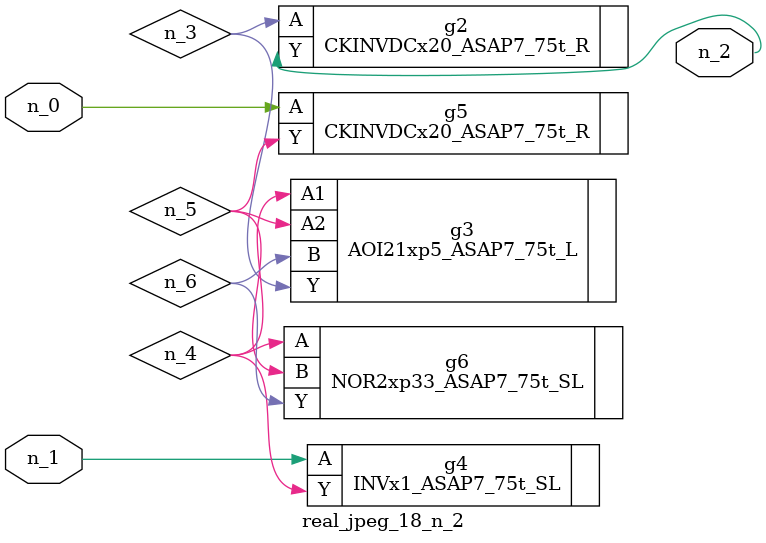
<source format=v>
module real_jpeg_18_n_2 (n_1, n_0, n_2);

input n_1;
input n_0;

output n_2;

wire n_5;
wire n_4;
wire n_6;
wire n_3;

CKINVDCx20_ASAP7_75t_R g5 ( 
.A(n_0),
.Y(n_5)
);

INVx1_ASAP7_75t_SL g4 ( 
.A(n_1),
.Y(n_4)
);

CKINVDCx20_ASAP7_75t_R g2 ( 
.A(n_3),
.Y(n_2)
);

AOI21xp5_ASAP7_75t_L g3 ( 
.A1(n_4),
.A2(n_5),
.B(n_6),
.Y(n_3)
);

NOR2xp33_ASAP7_75t_SL g6 ( 
.A(n_4),
.B(n_5),
.Y(n_6)
);


endmodule
</source>
